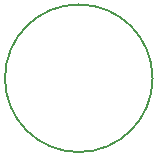
<source format=gbr>
%TF.GenerationSoftware,KiCad,Pcbnew,7.0.2-0*%
%TF.CreationDate,2023-08-13T19:41:18+08:00*%
%TF.ProjectId,Wheel,57686565-6c2e-46b6-9963-61645f706362,rev?*%
%TF.SameCoordinates,Original*%
%TF.FileFunction,Legend,Bot*%
%TF.FilePolarity,Positive*%
%FSLAX46Y46*%
G04 Gerber Fmt 4.6, Leading zero omitted, Abs format (unit mm)*
G04 Created by KiCad (PCBNEW 7.0.2-0) date 2023-08-13 19:41:18*
%MOMM*%
%LPD*%
G01*
G04 APERTURE LIST*
%ADD10C,0.200000*%
G04 APERTURE END LIST*
D10*
X224801768Y-119530343D02*
G75*
G03*
X224801768Y-119530343I-6249999J0D01*
G01*
M02*

</source>
